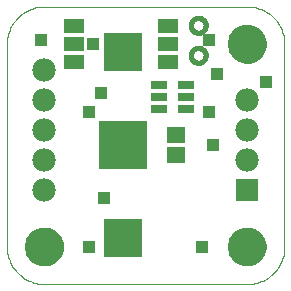
<source format=gbs>
G75*
G70*
%OFA0B0*%
%FSLAX24Y24*%
%IPPOS*%
%LPD*%
%AMOC8*
5,1,8,0,0,1.08239X$1,22.5*
%
%ADD10C,0.0000*%
%ADD11C,0.1290*%
%ADD12C,0.0160*%
%ADD13R,0.0780X0.0780*%
%ADD14C,0.0780*%
%ADD15R,0.0670X0.0500*%
%ADD16R,0.0540X0.0290*%
%ADD17R,0.1600X0.1600*%
%ADD18R,0.1290X0.1290*%
%ADD19R,0.0631X0.0552*%
%ADD20R,0.0396X0.0396*%
D10*
X000680Y001930D02*
X000680Y008680D01*
X000682Y008748D01*
X000687Y008815D01*
X000696Y008882D01*
X000709Y008949D01*
X000726Y009014D01*
X000745Y009079D01*
X000769Y009143D01*
X000796Y009205D01*
X000826Y009266D01*
X000859Y009324D01*
X000895Y009381D01*
X000935Y009436D01*
X000977Y009489D01*
X001023Y009540D01*
X001070Y009587D01*
X001121Y009633D01*
X001174Y009675D01*
X001229Y009715D01*
X001286Y009751D01*
X001344Y009784D01*
X001405Y009814D01*
X001467Y009841D01*
X001531Y009865D01*
X001596Y009884D01*
X001661Y009901D01*
X001728Y009914D01*
X001795Y009923D01*
X001862Y009928D01*
X001930Y009930D01*
X008680Y009930D01*
X008748Y009928D01*
X008815Y009923D01*
X008882Y009914D01*
X008949Y009901D01*
X009014Y009884D01*
X009079Y009865D01*
X009143Y009841D01*
X009205Y009814D01*
X009266Y009784D01*
X009324Y009751D01*
X009381Y009715D01*
X009436Y009675D01*
X009489Y009633D01*
X009540Y009587D01*
X009587Y009540D01*
X009633Y009489D01*
X009675Y009436D01*
X009715Y009381D01*
X009751Y009324D01*
X009784Y009266D01*
X009814Y009205D01*
X009841Y009143D01*
X009865Y009079D01*
X009884Y009014D01*
X009901Y008949D01*
X009914Y008882D01*
X009923Y008815D01*
X009928Y008748D01*
X009930Y008680D01*
X009930Y001930D01*
X009928Y001862D01*
X009923Y001795D01*
X009914Y001728D01*
X009901Y001661D01*
X009884Y001596D01*
X009865Y001531D01*
X009841Y001467D01*
X009814Y001405D01*
X009784Y001344D01*
X009751Y001286D01*
X009715Y001229D01*
X009675Y001174D01*
X009633Y001121D01*
X009587Y001070D01*
X009540Y001023D01*
X009489Y000977D01*
X009436Y000935D01*
X009381Y000895D01*
X009324Y000859D01*
X009266Y000826D01*
X009205Y000796D01*
X009143Y000769D01*
X009079Y000745D01*
X009014Y000726D01*
X008949Y000709D01*
X008882Y000696D01*
X008815Y000687D01*
X008748Y000682D01*
X008680Y000680D01*
X001930Y000680D01*
X001862Y000682D01*
X001795Y000687D01*
X001728Y000696D01*
X001661Y000709D01*
X001596Y000726D01*
X001531Y000745D01*
X001467Y000769D01*
X001405Y000796D01*
X001344Y000826D01*
X001286Y000859D01*
X001229Y000895D01*
X001174Y000935D01*
X001121Y000977D01*
X001070Y001023D01*
X001023Y001070D01*
X000977Y001121D01*
X000935Y001174D01*
X000895Y001229D01*
X000859Y001286D01*
X000826Y001344D01*
X000796Y001405D01*
X000769Y001467D01*
X000745Y001531D01*
X000726Y001596D01*
X000709Y001661D01*
X000696Y001728D01*
X000687Y001795D01*
X000682Y001862D01*
X000680Y001930D01*
X001305Y001930D02*
X001307Y001980D01*
X001313Y002029D01*
X001323Y002078D01*
X001336Y002125D01*
X001354Y002172D01*
X001375Y002217D01*
X001399Y002260D01*
X001427Y002301D01*
X001458Y002340D01*
X001492Y002376D01*
X001529Y002410D01*
X001569Y002440D01*
X001610Y002467D01*
X001654Y002491D01*
X001699Y002511D01*
X001746Y002527D01*
X001794Y002540D01*
X001843Y002549D01*
X001893Y002554D01*
X001942Y002555D01*
X001992Y002552D01*
X002041Y002545D01*
X002090Y002534D01*
X002137Y002520D01*
X002183Y002501D01*
X002228Y002479D01*
X002271Y002454D01*
X002311Y002425D01*
X002349Y002393D01*
X002385Y002359D01*
X002418Y002321D01*
X002447Y002281D01*
X002473Y002239D01*
X002496Y002195D01*
X002515Y002149D01*
X002531Y002102D01*
X002543Y002053D01*
X002551Y002004D01*
X002555Y001955D01*
X002555Y001905D01*
X002551Y001856D01*
X002543Y001807D01*
X002531Y001758D01*
X002515Y001711D01*
X002496Y001665D01*
X002473Y001621D01*
X002447Y001579D01*
X002418Y001539D01*
X002385Y001501D01*
X002349Y001467D01*
X002311Y001435D01*
X002271Y001406D01*
X002228Y001381D01*
X002183Y001359D01*
X002137Y001340D01*
X002090Y001326D01*
X002041Y001315D01*
X001992Y001308D01*
X001942Y001305D01*
X001893Y001306D01*
X001843Y001311D01*
X001794Y001320D01*
X001746Y001333D01*
X001699Y001349D01*
X001654Y001369D01*
X001610Y001393D01*
X001569Y001420D01*
X001529Y001450D01*
X001492Y001484D01*
X001458Y001520D01*
X001427Y001559D01*
X001399Y001600D01*
X001375Y001643D01*
X001354Y001688D01*
X001336Y001735D01*
X001323Y001782D01*
X001313Y001831D01*
X001307Y001880D01*
X001305Y001930D01*
X008055Y001930D02*
X008057Y001980D01*
X008063Y002029D01*
X008073Y002078D01*
X008086Y002125D01*
X008104Y002172D01*
X008125Y002217D01*
X008149Y002260D01*
X008177Y002301D01*
X008208Y002340D01*
X008242Y002376D01*
X008279Y002410D01*
X008319Y002440D01*
X008360Y002467D01*
X008404Y002491D01*
X008449Y002511D01*
X008496Y002527D01*
X008544Y002540D01*
X008593Y002549D01*
X008643Y002554D01*
X008692Y002555D01*
X008742Y002552D01*
X008791Y002545D01*
X008840Y002534D01*
X008887Y002520D01*
X008933Y002501D01*
X008978Y002479D01*
X009021Y002454D01*
X009061Y002425D01*
X009099Y002393D01*
X009135Y002359D01*
X009168Y002321D01*
X009197Y002281D01*
X009223Y002239D01*
X009246Y002195D01*
X009265Y002149D01*
X009281Y002102D01*
X009293Y002053D01*
X009301Y002004D01*
X009305Y001955D01*
X009305Y001905D01*
X009301Y001856D01*
X009293Y001807D01*
X009281Y001758D01*
X009265Y001711D01*
X009246Y001665D01*
X009223Y001621D01*
X009197Y001579D01*
X009168Y001539D01*
X009135Y001501D01*
X009099Y001467D01*
X009061Y001435D01*
X009021Y001406D01*
X008978Y001381D01*
X008933Y001359D01*
X008887Y001340D01*
X008840Y001326D01*
X008791Y001315D01*
X008742Y001308D01*
X008692Y001305D01*
X008643Y001306D01*
X008593Y001311D01*
X008544Y001320D01*
X008496Y001333D01*
X008449Y001349D01*
X008404Y001369D01*
X008360Y001393D01*
X008319Y001420D01*
X008279Y001450D01*
X008242Y001484D01*
X008208Y001520D01*
X008177Y001559D01*
X008149Y001600D01*
X008125Y001643D01*
X008104Y001688D01*
X008086Y001735D01*
X008073Y001782D01*
X008063Y001831D01*
X008057Y001880D01*
X008055Y001930D01*
X008055Y008680D02*
X008057Y008730D01*
X008063Y008779D01*
X008073Y008828D01*
X008086Y008875D01*
X008104Y008922D01*
X008125Y008967D01*
X008149Y009010D01*
X008177Y009051D01*
X008208Y009090D01*
X008242Y009126D01*
X008279Y009160D01*
X008319Y009190D01*
X008360Y009217D01*
X008404Y009241D01*
X008449Y009261D01*
X008496Y009277D01*
X008544Y009290D01*
X008593Y009299D01*
X008643Y009304D01*
X008692Y009305D01*
X008742Y009302D01*
X008791Y009295D01*
X008840Y009284D01*
X008887Y009270D01*
X008933Y009251D01*
X008978Y009229D01*
X009021Y009204D01*
X009061Y009175D01*
X009099Y009143D01*
X009135Y009109D01*
X009168Y009071D01*
X009197Y009031D01*
X009223Y008989D01*
X009246Y008945D01*
X009265Y008899D01*
X009281Y008852D01*
X009293Y008803D01*
X009301Y008754D01*
X009305Y008705D01*
X009305Y008655D01*
X009301Y008606D01*
X009293Y008557D01*
X009281Y008508D01*
X009265Y008461D01*
X009246Y008415D01*
X009223Y008371D01*
X009197Y008329D01*
X009168Y008289D01*
X009135Y008251D01*
X009099Y008217D01*
X009061Y008185D01*
X009021Y008156D01*
X008978Y008131D01*
X008933Y008109D01*
X008887Y008090D01*
X008840Y008076D01*
X008791Y008065D01*
X008742Y008058D01*
X008692Y008055D01*
X008643Y008056D01*
X008593Y008061D01*
X008544Y008070D01*
X008496Y008083D01*
X008449Y008099D01*
X008404Y008119D01*
X008360Y008143D01*
X008319Y008170D01*
X008279Y008200D01*
X008242Y008234D01*
X008208Y008270D01*
X008177Y008309D01*
X008149Y008350D01*
X008125Y008393D01*
X008104Y008438D01*
X008086Y008485D01*
X008073Y008532D01*
X008063Y008581D01*
X008057Y008630D01*
X008055Y008680D01*
D11*
X008680Y008680D03*
X008680Y001930D03*
X001930Y001930D03*
D12*
X006805Y008305D02*
X006807Y008336D01*
X006813Y008367D01*
X006823Y008397D01*
X006836Y008425D01*
X006853Y008452D01*
X006873Y008476D01*
X006896Y008498D01*
X006921Y008516D01*
X006949Y008531D01*
X006978Y008543D01*
X007008Y008551D01*
X007039Y008555D01*
X007071Y008555D01*
X007102Y008551D01*
X007132Y008543D01*
X007161Y008531D01*
X007189Y008516D01*
X007214Y008498D01*
X007237Y008476D01*
X007257Y008452D01*
X007274Y008425D01*
X007287Y008397D01*
X007297Y008367D01*
X007303Y008336D01*
X007305Y008305D01*
X007303Y008274D01*
X007297Y008243D01*
X007287Y008213D01*
X007274Y008185D01*
X007257Y008158D01*
X007237Y008134D01*
X007214Y008112D01*
X007189Y008094D01*
X007161Y008079D01*
X007132Y008067D01*
X007102Y008059D01*
X007071Y008055D01*
X007039Y008055D01*
X007008Y008059D01*
X006978Y008067D01*
X006949Y008079D01*
X006921Y008094D01*
X006896Y008112D01*
X006873Y008134D01*
X006853Y008158D01*
X006836Y008185D01*
X006823Y008213D01*
X006813Y008243D01*
X006807Y008274D01*
X006805Y008305D01*
X006805Y009305D02*
X006807Y009336D01*
X006813Y009367D01*
X006823Y009397D01*
X006836Y009425D01*
X006853Y009452D01*
X006873Y009476D01*
X006896Y009498D01*
X006921Y009516D01*
X006949Y009531D01*
X006978Y009543D01*
X007008Y009551D01*
X007039Y009555D01*
X007071Y009555D01*
X007102Y009551D01*
X007132Y009543D01*
X007161Y009531D01*
X007189Y009516D01*
X007214Y009498D01*
X007237Y009476D01*
X007257Y009452D01*
X007274Y009425D01*
X007287Y009397D01*
X007297Y009367D01*
X007303Y009336D01*
X007305Y009305D01*
X007303Y009274D01*
X007297Y009243D01*
X007287Y009213D01*
X007274Y009185D01*
X007257Y009158D01*
X007237Y009134D01*
X007214Y009112D01*
X007189Y009094D01*
X007161Y009079D01*
X007132Y009067D01*
X007102Y009059D01*
X007071Y009055D01*
X007039Y009055D01*
X007008Y009059D01*
X006978Y009067D01*
X006949Y009079D01*
X006921Y009094D01*
X006896Y009112D01*
X006873Y009134D01*
X006853Y009158D01*
X006836Y009185D01*
X006823Y009213D01*
X006813Y009243D01*
X006807Y009274D01*
X006805Y009305D01*
D13*
X008680Y003805D03*
D14*
X008680Y004805D03*
X008680Y005805D03*
X008680Y006805D03*
X001930Y006805D03*
X001930Y007805D03*
X001930Y005805D03*
X001930Y004805D03*
X001930Y003805D03*
D15*
X002930Y008080D03*
X002930Y008680D03*
X002930Y009280D03*
X006055Y009280D03*
X006055Y008680D03*
X006055Y008080D03*
D16*
X005755Y007305D03*
X005755Y006905D03*
X005755Y006505D03*
X006655Y006505D03*
X006655Y006905D03*
X006655Y007305D03*
D17*
X004555Y005305D03*
D18*
X004555Y008405D03*
X004555Y002205D03*
D19*
X006305Y004970D03*
X006305Y005640D03*
D20*
X007430Y006430D03*
X007555Y005305D03*
X009305Y007430D03*
X007680Y007680D03*
X007430Y008805D03*
X004930Y008055D03*
X004180Y008055D03*
X003555Y008680D03*
X003805Y007055D03*
X003430Y006430D03*
X005055Y005305D03*
X003930Y003555D03*
X003430Y001930D03*
X007180Y001930D03*
X001805Y008805D03*
M02*

</source>
